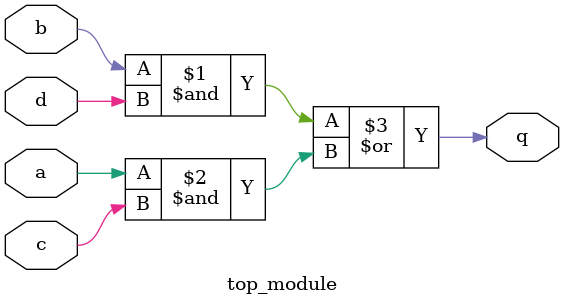
<source format=sv>
module top_module (
    input a,
    input b,
    input c,
    input d,
    output q
);

    assign q = (b & d) | (a & c);

endmodule

</source>
